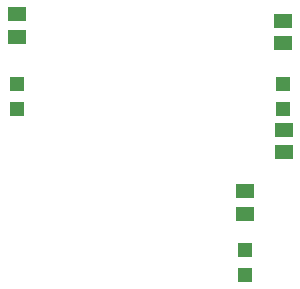
<source format=gtp>
G75*
%MOIN*%
%OFA0B0*%
%FSLAX24Y24*%
%IPPOS*%
%LPD*%
%AMOC8*
5,1,8,0,0,1.08239X$1,22.5*
%
%ADD10R,0.0591X0.0512*%
%ADD11R,0.0630X0.0512*%
%ADD12R,0.0472X0.0472*%
D10*
X010690Y010492D03*
X010690Y011240D03*
D11*
X009381Y009194D03*
X009381Y008446D03*
X010643Y014136D03*
X010643Y014884D03*
X001777Y015104D03*
X001777Y014356D03*
D12*
X001777Y011955D03*
X001777Y012781D03*
X009381Y007233D03*
X009381Y006407D03*
X010655Y011947D03*
X010655Y012774D03*
M02*

</source>
